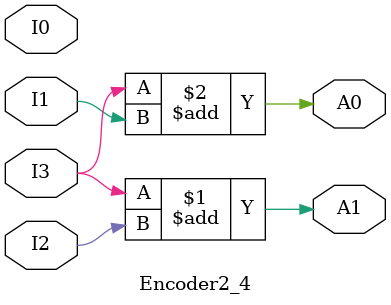
<source format=v>
module Encoder2_4(input I0, input I1, input I2, input I3, output A1, output A0);
	assign A1 = I3 + I2;
	assign A0 = I3 + I1;

endmodule
</source>
